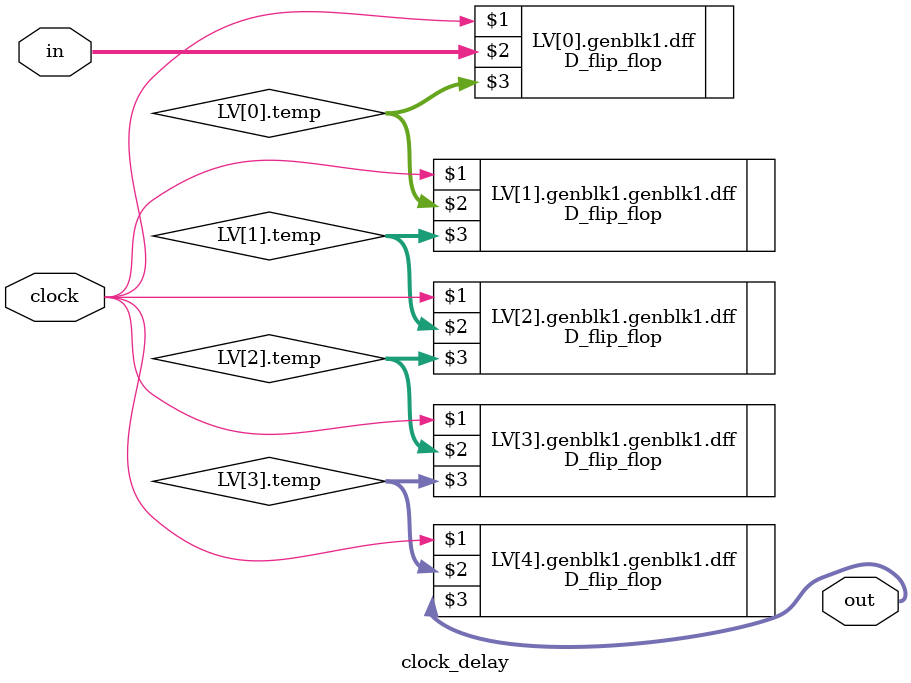
<source format=v>
`include "DFF.v"

module clock_delay #(parameter SIZE = 5) (
	input clock,
	input [31:0] in,
	output [31:0] out
	);

	genvar i;

	for(i=0; i<SIZE; i=i+1)
	begin :LV
		wire [31:0] temp;

		if(i==0)
			D_flip_flop #(32) dff(clock, in, LV[0].temp);
		else if(i==SIZE-1)
			D_flip_flop #(32) dff(clock, LV[i-1].temp, out);
		else
			D_flip_flop #(32) dff(clock, LV[i-1].temp, LV[i].temp);
	end

endmodule
</source>
